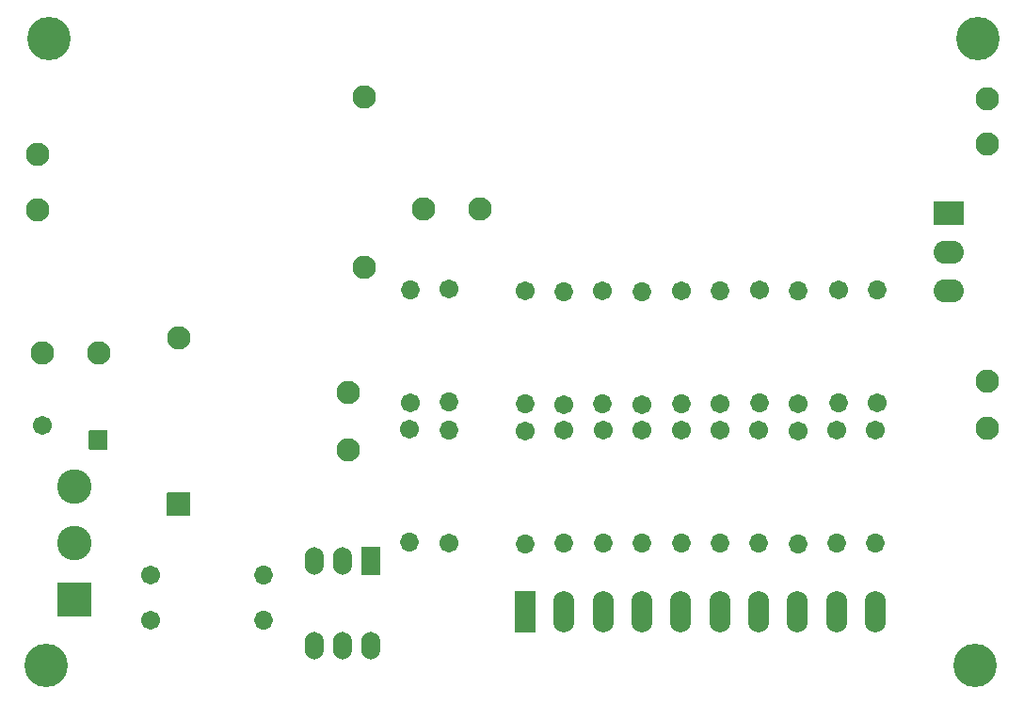
<source format=gbr>
G04 #@! TF.GenerationSoftware,KiCad,Pcbnew,(5.99.0-1678-g980aefea4-dirty)*
G04 #@! TF.CreationDate,2020-06-13T12:10:46+02:00*
G04 #@! TF.ProjectId,monitor_ESP32,6d6f6e69-746f-4725-9f45-535033322e6b,rev?*
G04 #@! TF.SameCoordinates,Original*
G04 #@! TF.FileFunction,Soldermask,Bot*
G04 #@! TF.FilePolarity,Negative*
%FSLAX46Y46*%
G04 Gerber Fmt 4.6, Leading zero omitted, Abs format (unit mm)*
G04 Created by KiCad (PCBNEW (5.99.0-1678-g980aefea4-dirty)) date 2020-06-13 12:10:46*
%MOMM*%
%LPD*%
G01*
G04 APERTURE LIST*
%ADD10O,1.902000X3.702000*%
%ADD11O,2.702000X2.102000*%
%ADD12C,3.902000*%
%ADD13C,2.102000*%
%ADD14C,1.702000*%
%ADD15O,1.702000X1.702000*%
%ADD16C,3.102000*%
%ADD17O,1.702000X2.502000*%
G04 APERTURE END LIST*
D10*
X180514000Y-123428000D03*
X177014000Y-123428000D03*
X173514000Y-123428000D03*
X170014000Y-123428000D03*
X166514000Y-123428000D03*
X163014000Y-123428000D03*
X159514000Y-123428000D03*
X156014000Y-123428000D03*
X152514000Y-123428000D03*
G36*
G01*
X148063000Y-125228000D02*
X148063000Y-121628000D01*
G75*
G02*
X148114000Y-121577000I51000J0D01*
G01*
X149914000Y-121577000D01*
G75*
G02*
X149965000Y-121628000I0J-51000D01*
G01*
X149965000Y-125228000D01*
G75*
G02*
X149914000Y-125279000I-51000J0D01*
G01*
X148114000Y-125279000D01*
G75*
G02*
X148063000Y-125228000I0J51000D01*
G01*
G37*
D11*
X187125000Y-94575000D03*
X187125000Y-91075000D03*
G36*
G01*
X185825000Y-86524000D02*
X188425000Y-86524000D01*
G75*
G02*
X188476000Y-86575000I0J-51000D01*
G01*
X188476000Y-88575000D01*
G75*
G02*
X188425000Y-88626000I-51000J0D01*
G01*
X185825000Y-88626000D01*
G75*
G02*
X185774000Y-88575000I0J51000D01*
G01*
X185774000Y-86575000D01*
G75*
G02*
X185825000Y-86524000I51000J0D01*
G01*
G37*
D12*
X189484000Y-128270000D03*
X189738000Y-71882000D03*
X105918000Y-128270000D03*
X106172000Y-71882000D03*
D13*
X190550000Y-106900000D03*
D14*
X105614000Y-106678000D03*
G36*
G01*
X111465000Y-107178000D02*
X111465000Y-108778000D01*
G75*
G02*
X111414000Y-108829000I-51000J0D01*
G01*
X109814000Y-108829000D01*
G75*
G02*
X109763000Y-108778000I0J51000D01*
G01*
X109763000Y-107178000D01*
G75*
G02*
X109814000Y-107127000I51000J0D01*
G01*
X111414000Y-107127000D01*
G75*
G02*
X111465000Y-107178000I0J-51000D01*
G01*
G37*
D15*
X142150000Y-104585000D03*
D14*
X142150000Y-94425000D03*
D15*
X142144000Y-107058000D03*
D14*
X142144000Y-117218000D03*
D15*
X155974000Y-104758000D03*
D14*
X155974000Y-94598000D03*
D15*
X159484000Y-94608000D03*
D14*
X159484000Y-104768000D03*
D15*
X149044000Y-104758000D03*
D14*
X149044000Y-94598000D03*
D15*
X152524000Y-94668000D03*
D14*
X152524000Y-104828000D03*
D15*
X156004000Y-117278000D03*
D14*
X156004000Y-107118000D03*
D15*
X149024000Y-117318000D03*
D14*
X149024000Y-107158000D03*
D15*
X159504000Y-117268000D03*
D14*
X159504000Y-107108000D03*
D15*
X152524000Y-117278000D03*
D14*
X152524000Y-107118000D03*
D15*
X138614000Y-117168000D03*
D14*
X138614000Y-107008000D03*
D15*
X138684000Y-94488000D03*
D14*
X138684000Y-104648000D03*
D15*
X177184000Y-104628000D03*
D14*
X177184000Y-94468000D03*
D15*
X180684000Y-94488000D03*
D14*
X180684000Y-104648000D03*
D15*
X170084000Y-104638000D03*
D14*
X170084000Y-94478000D03*
D15*
X173564000Y-94568000D03*
D14*
X173564000Y-104728000D03*
D15*
X163064000Y-104698000D03*
D14*
X163064000Y-94538000D03*
D15*
X166574000Y-94558000D03*
D14*
X166574000Y-104718000D03*
D15*
X177014000Y-117288000D03*
D14*
X177014000Y-107128000D03*
D15*
X169974000Y-117258000D03*
D14*
X169974000Y-107098000D03*
D15*
X163044000Y-117278000D03*
D14*
X163044000Y-107118000D03*
D15*
X180554000Y-117268000D03*
D14*
X180554000Y-107108000D03*
D15*
X173534000Y-117298000D03*
D14*
X173534000Y-107138000D03*
D15*
X166554000Y-117238000D03*
D14*
X166554000Y-107078000D03*
D15*
X125476000Y-124206000D03*
D14*
X115316000Y-124206000D03*
D15*
X125476000Y-120142000D03*
D14*
X115316000Y-120142000D03*
D13*
X190575000Y-102725000D03*
X190550000Y-77300000D03*
X190625000Y-81375000D03*
D16*
X108458000Y-112168000D03*
X108458000Y-117248000D03*
G36*
G01*
X109958000Y-123879000D02*
X106958000Y-123879000D01*
G75*
G02*
X106907000Y-123828000I0J51000D01*
G01*
X106907000Y-120828000D01*
G75*
G02*
X106958000Y-120777000I51000J0D01*
G01*
X109958000Y-120777000D01*
G75*
G02*
X110009000Y-120828000I0J-51000D01*
G01*
X110009000Y-123828000D01*
G75*
G02*
X109958000Y-123879000I-51000J0D01*
G01*
G37*
D13*
X139874000Y-87188000D03*
X144954000Y-87198000D03*
X105614000Y-100128000D03*
X110694000Y-100138000D03*
X105124000Y-82278000D03*
X105124000Y-87278000D03*
X134524000Y-77078000D03*
X134524000Y-92478000D03*
D17*
X135128000Y-126492000D03*
X130048000Y-118872000D03*
X132588000Y-126492000D03*
X132588000Y-118872000D03*
X130048000Y-126492000D03*
G36*
G01*
X134328000Y-117621000D02*
X135928000Y-117621000D01*
G75*
G02*
X135979000Y-117672000I0J-51000D01*
G01*
X135979000Y-120072000D01*
G75*
G02*
X135928000Y-120123000I-51000J0D01*
G01*
X134328000Y-120123000D01*
G75*
G02*
X134277000Y-120072000I0J51000D01*
G01*
X134277000Y-117672000D01*
G75*
G02*
X134328000Y-117621000I51000J0D01*
G01*
G37*
D13*
X117828000Y-98828800D03*
X133118800Y-103705600D03*
X133118800Y-108836400D03*
G36*
G01*
X116777000Y-114764000D02*
X116777000Y-112764000D01*
G75*
G02*
X116828000Y-112713000I51000J0D01*
G01*
X118828000Y-112713000D01*
G75*
G02*
X118879000Y-112764000I0J-51000D01*
G01*
X118879000Y-114764000D01*
G75*
G02*
X118828000Y-114815000I-51000J0D01*
G01*
X116828000Y-114815000D01*
G75*
G02*
X116777000Y-114764000I0J51000D01*
G01*
G37*
M02*

</source>
